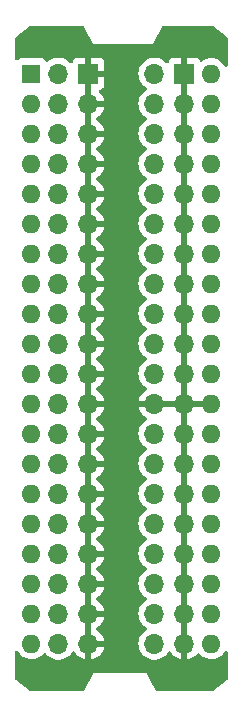
<source format=gbr>
G04 #@! TF.GenerationSoftware,KiCad,Pcbnew,7.0.2-0*
G04 #@! TF.CreationDate,2023-10-04T23:29:07+02:00*
G04 #@! TF.ProjectId,Z80 UUT Cable Header,5a383020-5555-4542-9043-61626c652048,rev?*
G04 #@! TF.SameCoordinates,Original*
G04 #@! TF.FileFunction,Copper,L1,Top*
G04 #@! TF.FilePolarity,Positive*
%FSLAX46Y46*%
G04 Gerber Fmt 4.6, Leading zero omitted, Abs format (unit mm)*
G04 Created by KiCad (PCBNEW 7.0.2-0) date 2023-10-04 23:29:07*
%MOMM*%
%LPD*%
G01*
G04 APERTURE LIST*
G04 #@! TA.AperFunction,ComponentPad*
%ADD10R,1.700000X1.700000*%
G04 #@! TD*
G04 #@! TA.AperFunction,ComponentPad*
%ADD11O,1.700000X1.700000*%
G04 #@! TD*
G04 #@! TA.AperFunction,ComponentPad*
%ADD12R,1.600000X1.600000*%
G04 #@! TD*
G04 #@! TA.AperFunction,ComponentPad*
%ADD13O,1.600000X1.600000*%
G04 #@! TD*
G04 APERTURE END LIST*
D10*
X126873000Y-57912000D03*
D11*
X124333000Y-57912000D03*
X126873000Y-60452000D03*
X124333000Y-60452000D03*
X126873000Y-62992000D03*
X124333000Y-62992000D03*
X126873000Y-65532000D03*
X124333000Y-65532000D03*
X126873000Y-68072000D03*
X124333000Y-68072000D03*
X126873000Y-70612000D03*
X124333000Y-70612000D03*
X126873000Y-73152000D03*
X124333000Y-73152000D03*
X126873000Y-75692000D03*
X124333000Y-75692000D03*
X126873000Y-78232000D03*
X124333000Y-78232000D03*
X126873000Y-80772000D03*
X124333000Y-80772000D03*
X126873000Y-83312000D03*
X124333000Y-83312000D03*
X126873000Y-85852000D03*
X124333000Y-85852000D03*
X126873000Y-88392000D03*
X124333000Y-88392000D03*
X126873000Y-90932000D03*
X124333000Y-90932000D03*
X126873000Y-93472000D03*
X124333000Y-93472000D03*
X126873000Y-96012000D03*
X124333000Y-96012000D03*
X126873000Y-98552000D03*
X124333000Y-98552000D03*
X126873000Y-101092000D03*
X124333000Y-101092000D03*
X126873000Y-103632000D03*
X124333000Y-103632000D03*
X126873000Y-106172000D03*
X124333000Y-106172000D03*
D10*
X135001000Y-57912000D03*
D11*
X132461000Y-57912000D03*
X135001000Y-60452000D03*
X132461000Y-60452000D03*
X135001000Y-62992000D03*
X132461000Y-62992000D03*
X135001000Y-65532000D03*
X132461000Y-65532000D03*
X135001000Y-68072000D03*
X132461000Y-68072000D03*
X135001000Y-70612000D03*
X132461000Y-70612000D03*
X135001000Y-73152000D03*
X132461000Y-73152000D03*
X135001000Y-75692000D03*
X132461000Y-75692000D03*
X135001000Y-78232000D03*
X132461000Y-78232000D03*
X135001000Y-80772000D03*
X132461000Y-80772000D03*
X135001000Y-83312000D03*
X132461000Y-83312000D03*
X135001000Y-85852000D03*
X132461000Y-85852000D03*
X135001000Y-88392000D03*
X132461000Y-88392000D03*
X135001000Y-90932000D03*
X132461000Y-90932000D03*
X135001000Y-93472000D03*
X132461000Y-93472000D03*
X135001000Y-96012000D03*
X132461000Y-96012000D03*
X135001000Y-98552000D03*
X132461000Y-98552000D03*
X135001000Y-101092000D03*
X132461000Y-101092000D03*
X135001000Y-103632000D03*
X132461000Y-103632000D03*
X135001000Y-106172000D03*
X132461000Y-106172000D03*
D12*
X122047000Y-57912000D03*
D13*
X122047000Y-60452000D03*
X122047000Y-62992000D03*
X122047000Y-65532000D03*
X122047000Y-68072000D03*
X122047000Y-70612000D03*
X122047000Y-73152000D03*
X122047000Y-75692000D03*
X122047000Y-78232000D03*
X122047000Y-80772000D03*
X122047000Y-83312000D03*
X122047000Y-85852000D03*
X122047000Y-88392000D03*
X122047000Y-90932000D03*
X122047000Y-93472000D03*
X122047000Y-96012000D03*
X122047000Y-98552000D03*
X122047000Y-101092000D03*
X122047000Y-103632000D03*
X122047000Y-106172000D03*
X137287000Y-106172000D03*
X137287000Y-103632000D03*
X137287000Y-101092000D03*
X137287000Y-98552000D03*
X137287000Y-96012000D03*
X137287000Y-93472000D03*
X137287000Y-90932000D03*
X137287000Y-88392000D03*
X137287000Y-85852000D03*
X137287000Y-83312000D03*
X137287000Y-80772000D03*
X137287000Y-78232000D03*
X137287000Y-75692000D03*
X137287000Y-73152000D03*
X137287000Y-70612000D03*
X137287000Y-68072000D03*
X137287000Y-65532000D03*
X137287000Y-62992000D03*
X137287000Y-60452000D03*
X137287000Y-57912000D03*
G04 #@! TA.AperFunction,Conductor*
G36*
X126466488Y-53893502D02*
G01*
X126511065Y-53943151D01*
X127228790Y-55378603D01*
X127232497Y-55386725D01*
X127234482Y-55391517D01*
X127239089Y-55396124D01*
X127245270Y-55398183D01*
X127245272Y-55398185D01*
X127250449Y-55397816D01*
X127259383Y-55397500D01*
X132328618Y-55397500D01*
X132337551Y-55397817D01*
X132342728Y-55398185D01*
X132342729Y-55398183D01*
X132348911Y-55396123D01*
X132353517Y-55391517D01*
X132355501Y-55386727D01*
X132359210Y-55378596D01*
X133076934Y-53943149D01*
X133125289Y-53891167D01*
X133189632Y-53873500D01*
X137360857Y-53873500D01*
X137428978Y-53893502D01*
X137439566Y-53901109D01*
X138611212Y-54838426D01*
X138651910Y-54896598D01*
X138658500Y-54936814D01*
X138658500Y-57189783D01*
X138638498Y-57257904D01*
X138584842Y-57304397D01*
X138514568Y-57314501D01*
X138449988Y-57285007D01*
X138429287Y-57262054D01*
X138293195Y-57067696D01*
X138131303Y-56905804D01*
X137943750Y-56774477D01*
X137736243Y-56677715D01*
X137515087Y-56618457D01*
X137436185Y-56611554D01*
X137287000Y-56598502D01*
X137286999Y-56598502D01*
X137058912Y-56618457D01*
X136837756Y-56677715D01*
X136630249Y-56774477D01*
X136490655Y-56872223D01*
X136423381Y-56894911D01*
X136354520Y-56877626D01*
X136305936Y-56825856D01*
X136301911Y-56816659D01*
X136213904Y-56699095D01*
X136096962Y-56611554D01*
X135960093Y-56560505D01*
X135902936Y-56554359D01*
X135896223Y-56554000D01*
X135255000Y-56554000D01*
X135255000Y-57478325D01*
X135143315Y-57427320D01*
X135036763Y-57412000D01*
X134965237Y-57412000D01*
X134858685Y-57427320D01*
X134747000Y-57478325D01*
X134747000Y-56554000D01*
X134105777Y-56554000D01*
X134099063Y-56554359D01*
X134041906Y-56560505D01*
X133905037Y-56611554D01*
X133788095Y-56699095D01*
X133700554Y-56816036D01*
X133656381Y-56934470D01*
X133613834Y-56991305D01*
X133547313Y-57016116D01*
X133477939Y-57001024D01*
X133445624Y-56975774D01*
X133384240Y-56909093D01*
X133206578Y-56770812D01*
X133008573Y-56663657D01*
X132856800Y-56611554D01*
X132795635Y-56590556D01*
X132573569Y-56553500D01*
X132348431Y-56553500D01*
X132126365Y-56590556D01*
X132126362Y-56590556D01*
X132126362Y-56590557D01*
X131913426Y-56663657D01*
X131715421Y-56770812D01*
X131537762Y-56909091D01*
X131385278Y-57074731D01*
X131262139Y-57263209D01*
X131171702Y-57469388D01*
X131117378Y-57683913D01*
X131116436Y-57687632D01*
X131097844Y-57912000D01*
X131116436Y-58136368D01*
X131116436Y-58136371D01*
X131116437Y-58136372D01*
X131171702Y-58354611D01*
X131262139Y-58560790D01*
X131262140Y-58560791D01*
X131385278Y-58749268D01*
X131469638Y-58840907D01*
X131537762Y-58914908D01*
X131715418Y-59053185D01*
X131715420Y-59053186D01*
X131715424Y-59053189D01*
X131748682Y-59071187D01*
X131799071Y-59121200D01*
X131814423Y-59190517D01*
X131789862Y-59257130D01*
X131748683Y-59292812D01*
X131738868Y-59298124D01*
X131715418Y-59310814D01*
X131537762Y-59449091D01*
X131385278Y-59614731D01*
X131262139Y-59803209D01*
X131171702Y-60009388D01*
X131117378Y-60223913D01*
X131116436Y-60227632D01*
X131097844Y-60452000D01*
X131116436Y-60676368D01*
X131116436Y-60676371D01*
X131116437Y-60676372D01*
X131171702Y-60894611D01*
X131262139Y-61100790D01*
X131385278Y-61289268D01*
X131537762Y-61454908D01*
X131715418Y-61593185D01*
X131715420Y-61593186D01*
X131715424Y-61593189D01*
X131748682Y-61611187D01*
X131799071Y-61661200D01*
X131814423Y-61730517D01*
X131789862Y-61797130D01*
X131748683Y-61832812D01*
X131723794Y-61846281D01*
X131715418Y-61850814D01*
X131537762Y-61989091D01*
X131385278Y-62154731D01*
X131262139Y-62343209D01*
X131171702Y-62549388D01*
X131117378Y-62763913D01*
X131116436Y-62767632D01*
X131097844Y-62992000D01*
X131116436Y-63216368D01*
X131116436Y-63216371D01*
X131116437Y-63216372D01*
X131171702Y-63434611D01*
X131262139Y-63640790D01*
X131385278Y-63829268D01*
X131537762Y-63994908D01*
X131715418Y-64133185D01*
X131715420Y-64133186D01*
X131715424Y-64133189D01*
X131748682Y-64151187D01*
X131799071Y-64201200D01*
X131814423Y-64270517D01*
X131789862Y-64337130D01*
X131748683Y-64372812D01*
X131723794Y-64386281D01*
X131715418Y-64390814D01*
X131537762Y-64529091D01*
X131385278Y-64694731D01*
X131262139Y-64883209D01*
X131171702Y-65089388D01*
X131117378Y-65303913D01*
X131116436Y-65307632D01*
X131097844Y-65532000D01*
X131116436Y-65756368D01*
X131116436Y-65756371D01*
X131116437Y-65756372D01*
X131171702Y-65974611D01*
X131262139Y-66180790D01*
X131385278Y-66369268D01*
X131537762Y-66534908D01*
X131715418Y-66673185D01*
X131715420Y-66673186D01*
X131715424Y-66673189D01*
X131748682Y-66691187D01*
X131799071Y-66741200D01*
X131814423Y-66810517D01*
X131789862Y-66877130D01*
X131748683Y-66912812D01*
X131723794Y-66926281D01*
X131715418Y-66930814D01*
X131537762Y-67069091D01*
X131385278Y-67234731D01*
X131262139Y-67423209D01*
X131171702Y-67629388D01*
X131117378Y-67843913D01*
X131116436Y-67847632D01*
X131097844Y-68072000D01*
X131116436Y-68296368D01*
X131116436Y-68296371D01*
X131116437Y-68296372D01*
X131171702Y-68514611D01*
X131262139Y-68720790D01*
X131385278Y-68909268D01*
X131537762Y-69074908D01*
X131715418Y-69213185D01*
X131715420Y-69213186D01*
X131715424Y-69213189D01*
X131748682Y-69231187D01*
X131799071Y-69281200D01*
X131814423Y-69350517D01*
X131789862Y-69417130D01*
X131748683Y-69452812D01*
X131723794Y-69466281D01*
X131715418Y-69470814D01*
X131537762Y-69609091D01*
X131385278Y-69774731D01*
X131262139Y-69963209D01*
X131171702Y-70169388D01*
X131117378Y-70383913D01*
X131116436Y-70387632D01*
X131097844Y-70612000D01*
X131116436Y-70836368D01*
X131116436Y-70836371D01*
X131116437Y-70836372D01*
X131171702Y-71054611D01*
X131262139Y-71260790D01*
X131385278Y-71449268D01*
X131537762Y-71614908D01*
X131639611Y-71694181D01*
X131715424Y-71753189D01*
X131748682Y-71771187D01*
X131799070Y-71821197D01*
X131814423Y-71890513D01*
X131789863Y-71957127D01*
X131748683Y-71992811D01*
X131715423Y-72010810D01*
X131537762Y-72149091D01*
X131385278Y-72314731D01*
X131262139Y-72503209D01*
X131171702Y-72709388D01*
X131117378Y-72923913D01*
X131116436Y-72927632D01*
X131097844Y-73152000D01*
X131116436Y-73376368D01*
X131116436Y-73376371D01*
X131116437Y-73376372D01*
X131171702Y-73594611D01*
X131262139Y-73800790D01*
X131385278Y-73989268D01*
X131537762Y-74154908D01*
X131715418Y-74293185D01*
X131715420Y-74293186D01*
X131715424Y-74293189D01*
X131748682Y-74311187D01*
X131799071Y-74361200D01*
X131814423Y-74430517D01*
X131789862Y-74497130D01*
X131748683Y-74532812D01*
X131723794Y-74546281D01*
X131715418Y-74550814D01*
X131537762Y-74689091D01*
X131385278Y-74854731D01*
X131262139Y-75043209D01*
X131171702Y-75249388D01*
X131117378Y-75463913D01*
X131116436Y-75467632D01*
X131097844Y-75692000D01*
X131116436Y-75916368D01*
X131116436Y-75916371D01*
X131116437Y-75916372D01*
X131171702Y-76134611D01*
X131262139Y-76340790D01*
X131385278Y-76529268D01*
X131537762Y-76694908D01*
X131715418Y-76833185D01*
X131715420Y-76833186D01*
X131715424Y-76833189D01*
X131748682Y-76851187D01*
X131799071Y-76901200D01*
X131814423Y-76970517D01*
X131789862Y-77037130D01*
X131748683Y-77072812D01*
X131723794Y-77086281D01*
X131715418Y-77090814D01*
X131537762Y-77229091D01*
X131385278Y-77394731D01*
X131262139Y-77583209D01*
X131171702Y-77789388D01*
X131117378Y-78003913D01*
X131116436Y-78007632D01*
X131097844Y-78232000D01*
X131116436Y-78456368D01*
X131116436Y-78456371D01*
X131116437Y-78456372D01*
X131171702Y-78674611D01*
X131262139Y-78880790D01*
X131385278Y-79069268D01*
X131537762Y-79234908D01*
X131715418Y-79373185D01*
X131715420Y-79373186D01*
X131715424Y-79373189D01*
X131748682Y-79391187D01*
X131799071Y-79441200D01*
X131814423Y-79510517D01*
X131789862Y-79577130D01*
X131748683Y-79612812D01*
X131723794Y-79626281D01*
X131715418Y-79630814D01*
X131537762Y-79769091D01*
X131385278Y-79934731D01*
X131262139Y-80123209D01*
X131171702Y-80329388D01*
X131117378Y-80543913D01*
X131116436Y-80547632D01*
X131097844Y-80772000D01*
X131116436Y-80996368D01*
X131116436Y-80996371D01*
X131116437Y-80996372D01*
X131171702Y-81214611D01*
X131262139Y-81420790D01*
X131385278Y-81609268D01*
X131537762Y-81774908D01*
X131715418Y-81913185D01*
X131715420Y-81913186D01*
X131715424Y-81913189D01*
X131748682Y-81931187D01*
X131799071Y-81981200D01*
X131814423Y-82050517D01*
X131789862Y-82117130D01*
X131748683Y-82152812D01*
X131723794Y-82166281D01*
X131715418Y-82170814D01*
X131537762Y-82309091D01*
X131385278Y-82474731D01*
X131262139Y-82663209D01*
X131171702Y-82869388D01*
X131117378Y-83083913D01*
X131116436Y-83087632D01*
X131097844Y-83312000D01*
X131116436Y-83536368D01*
X131116436Y-83536371D01*
X131116437Y-83536372D01*
X131171702Y-83754611D01*
X131262139Y-83960790D01*
X131385278Y-84149268D01*
X131537762Y-84314908D01*
X131715422Y-84453188D01*
X131715424Y-84453189D01*
X131749205Y-84471470D01*
X131799596Y-84521482D01*
X131814949Y-84590799D01*
X131790389Y-84657413D01*
X131749209Y-84693096D01*
X131715702Y-84711229D01*
X131538096Y-84849466D01*
X131385678Y-85015037D01*
X131262580Y-85203451D01*
X131172177Y-85409548D01*
X131124455Y-85597999D01*
X131124456Y-85598000D01*
X132029884Y-85598000D01*
X132001507Y-85642156D01*
X131961000Y-85780111D01*
X131961000Y-85923889D01*
X132001507Y-86061844D01*
X132029884Y-86106000D01*
X131124455Y-86106000D01*
X131172177Y-86294451D01*
X131262580Y-86500548D01*
X131385678Y-86688962D01*
X131538096Y-86854533D01*
X131715702Y-86992769D01*
X131749207Y-87010902D01*
X131799597Y-87060915D01*
X131814949Y-87130232D01*
X131790388Y-87196845D01*
X131749207Y-87232528D01*
X131715423Y-87250811D01*
X131537762Y-87389091D01*
X131385278Y-87554731D01*
X131262139Y-87743209D01*
X131171702Y-87949388D01*
X131117378Y-88163913D01*
X131116436Y-88167632D01*
X131097844Y-88392000D01*
X131116436Y-88616368D01*
X131116436Y-88616371D01*
X131116437Y-88616372D01*
X131171702Y-88834611D01*
X131262139Y-89040790D01*
X131385278Y-89229268D01*
X131537762Y-89394908D01*
X131715418Y-89533185D01*
X131715420Y-89533186D01*
X131715424Y-89533189D01*
X131748682Y-89551187D01*
X131799071Y-89601200D01*
X131814423Y-89670517D01*
X131789862Y-89737130D01*
X131748683Y-89772812D01*
X131723794Y-89786281D01*
X131715418Y-89790814D01*
X131537762Y-89929091D01*
X131385278Y-90094731D01*
X131262139Y-90283209D01*
X131171702Y-90489388D01*
X131117378Y-90703913D01*
X131116436Y-90707632D01*
X131097844Y-90932000D01*
X131116436Y-91156368D01*
X131116436Y-91156371D01*
X131116437Y-91156372D01*
X131171702Y-91374611D01*
X131262139Y-91580790D01*
X131385278Y-91769268D01*
X131537762Y-91934908D01*
X131715418Y-92073185D01*
X131715420Y-92073186D01*
X131715424Y-92073189D01*
X131748682Y-92091187D01*
X131799071Y-92141200D01*
X131814423Y-92210517D01*
X131789862Y-92277130D01*
X131748683Y-92312812D01*
X131723794Y-92326281D01*
X131715418Y-92330814D01*
X131537762Y-92469091D01*
X131385278Y-92634731D01*
X131262139Y-92823209D01*
X131171702Y-93029388D01*
X131117378Y-93243913D01*
X131116436Y-93247632D01*
X131097844Y-93472000D01*
X131116436Y-93696368D01*
X131116436Y-93696371D01*
X131116437Y-93696372D01*
X131171702Y-93914611D01*
X131262139Y-94120790D01*
X131385278Y-94309268D01*
X131537762Y-94474908D01*
X131715418Y-94613185D01*
X131715420Y-94613186D01*
X131715424Y-94613189D01*
X131748682Y-94631187D01*
X131799071Y-94681200D01*
X131814423Y-94750517D01*
X131789862Y-94817130D01*
X131748683Y-94852812D01*
X131723794Y-94866281D01*
X131715418Y-94870814D01*
X131537762Y-95009091D01*
X131385278Y-95174731D01*
X131262139Y-95363209D01*
X131171702Y-95569388D01*
X131117378Y-95783913D01*
X131116436Y-95787632D01*
X131097844Y-96012000D01*
X131116436Y-96236368D01*
X131116436Y-96236371D01*
X131116437Y-96236372D01*
X131171702Y-96454611D01*
X131262139Y-96660790D01*
X131385278Y-96849268D01*
X131537762Y-97014908D01*
X131715418Y-97153185D01*
X131715420Y-97153186D01*
X131715424Y-97153189D01*
X131748682Y-97171187D01*
X131799071Y-97221200D01*
X131814423Y-97290517D01*
X131789862Y-97357130D01*
X131748683Y-97392812D01*
X131723794Y-97406281D01*
X131715418Y-97410814D01*
X131537762Y-97549091D01*
X131385278Y-97714731D01*
X131262139Y-97903209D01*
X131171702Y-98109388D01*
X131117378Y-98323913D01*
X131116436Y-98327632D01*
X131097844Y-98552000D01*
X131116436Y-98776368D01*
X131116436Y-98776371D01*
X131116437Y-98776372D01*
X131171702Y-98994611D01*
X131262139Y-99200790D01*
X131385278Y-99389268D01*
X131537762Y-99554908D01*
X131715418Y-99693185D01*
X131715420Y-99693186D01*
X131715424Y-99693189D01*
X131748682Y-99711187D01*
X131799071Y-99761200D01*
X131814423Y-99830517D01*
X131789862Y-99897130D01*
X131748683Y-99932812D01*
X131723794Y-99946281D01*
X131715418Y-99950814D01*
X131537762Y-100089091D01*
X131385278Y-100254731D01*
X131262139Y-100443209D01*
X131171702Y-100649388D01*
X131117378Y-100863913D01*
X131116436Y-100867632D01*
X131097844Y-101092000D01*
X131116436Y-101316368D01*
X131116436Y-101316371D01*
X131116437Y-101316372D01*
X131171702Y-101534611D01*
X131262139Y-101740790D01*
X131385278Y-101929268D01*
X131537762Y-102094908D01*
X131639611Y-102174181D01*
X131715424Y-102233189D01*
X131748682Y-102251187D01*
X131799070Y-102301197D01*
X131814423Y-102370513D01*
X131789863Y-102437127D01*
X131748683Y-102472811D01*
X131715423Y-102490810D01*
X131537762Y-102629091D01*
X131385278Y-102794731D01*
X131262139Y-102983209D01*
X131171702Y-103189388D01*
X131117378Y-103403913D01*
X131116436Y-103407632D01*
X131097844Y-103632000D01*
X131116436Y-103856368D01*
X131116436Y-103856371D01*
X131116437Y-103856372D01*
X131171702Y-104074611D01*
X131262139Y-104280790D01*
X131385278Y-104469268D01*
X131537762Y-104634908D01*
X131715418Y-104773185D01*
X131715420Y-104773186D01*
X131715424Y-104773189D01*
X131748682Y-104791187D01*
X131799071Y-104841200D01*
X131814423Y-104910517D01*
X131789862Y-104977130D01*
X131748683Y-105012812D01*
X131723794Y-105026281D01*
X131715418Y-105030814D01*
X131537762Y-105169091D01*
X131385278Y-105334731D01*
X131262139Y-105523209D01*
X131171702Y-105729388D01*
X131117378Y-105943913D01*
X131116436Y-105947632D01*
X131097844Y-106172000D01*
X131116436Y-106396368D01*
X131116436Y-106396371D01*
X131116437Y-106396372D01*
X131171702Y-106614611D01*
X131262139Y-106820790D01*
X131385278Y-107009268D01*
X131537762Y-107174908D01*
X131715421Y-107313187D01*
X131715424Y-107313189D01*
X131913426Y-107420342D01*
X132126365Y-107493444D01*
X132348431Y-107530500D01*
X132348434Y-107530500D01*
X132573566Y-107530500D01*
X132573569Y-107530500D01*
X132795635Y-107493444D01*
X133008574Y-107420342D01*
X133206576Y-107313189D01*
X133384240Y-107174906D01*
X133536722Y-107009268D01*
X133625817Y-106872896D01*
X133679819Y-106826809D01*
X133750167Y-106817234D01*
X133814524Y-106847211D01*
X133836782Y-106872897D01*
X133925678Y-107008962D01*
X134078096Y-107174533D01*
X134255697Y-107312766D01*
X134453631Y-107419883D01*
X134666485Y-107492955D01*
X134747000Y-107506391D01*
X134747000Y-106605674D01*
X134858685Y-106656680D01*
X134965237Y-106672000D01*
X135036763Y-106672000D01*
X135143315Y-106656680D01*
X135255000Y-106605674D01*
X135255000Y-107506390D01*
X135335514Y-107492955D01*
X135548368Y-107419883D01*
X135746302Y-107312766D01*
X135923903Y-107174533D01*
X136083397Y-107001278D01*
X136086548Y-107004178D01*
X136123958Y-106971845D01*
X136194245Y-106961830D01*
X136258788Y-106991405D01*
X136279367Y-107014251D01*
X136280803Y-107016302D01*
X136442696Y-107178195D01*
X136630249Y-107309522D01*
X136837756Y-107406284D01*
X136888509Y-107419883D01*
X137058913Y-107465543D01*
X137287000Y-107485498D01*
X137515087Y-107465543D01*
X137736243Y-107406284D01*
X137943749Y-107309523D01*
X138131300Y-107178198D01*
X138293198Y-107016300D01*
X138424523Y-106828749D01*
X138424523Y-106828747D01*
X138429287Y-106821945D01*
X138484744Y-106777617D01*
X138555364Y-106770308D01*
X138618724Y-106802339D01*
X138654709Y-106863540D01*
X138658500Y-106894216D01*
X138658500Y-109147184D01*
X138638498Y-109215305D01*
X138611212Y-109245573D01*
X137439569Y-110182889D01*
X137373880Y-110209825D01*
X137360857Y-110210500D01*
X132681632Y-110210500D01*
X132613511Y-110190498D01*
X132568934Y-110140849D01*
X132121296Y-109245573D01*
X131851207Y-108705394D01*
X131847498Y-108697267D01*
X131845516Y-108692481D01*
X131840911Y-108687876D01*
X131834728Y-108685815D01*
X131834727Y-108685815D01*
X131831704Y-108686029D01*
X131829550Y-108686183D01*
X131820618Y-108686500D01*
X127259383Y-108686500D01*
X127250450Y-108686183D01*
X127245272Y-108685815D01*
X127239090Y-108687874D01*
X127234481Y-108692484D01*
X127232497Y-108697274D01*
X127228791Y-108705394D01*
X126511065Y-110140849D01*
X126462710Y-110192833D01*
X126398367Y-110210500D01*
X121973143Y-110210500D01*
X121905022Y-110190498D01*
X121894431Y-110182889D01*
X120722788Y-109245573D01*
X120682090Y-109187400D01*
X120675500Y-109147184D01*
X120675500Y-106894216D01*
X120695502Y-106826095D01*
X120749158Y-106779602D01*
X120819432Y-106769498D01*
X120884012Y-106798992D01*
X120904713Y-106821945D01*
X121040804Y-107016303D01*
X121202696Y-107178195D01*
X121390249Y-107309522D01*
X121597756Y-107406284D01*
X121648509Y-107419883D01*
X121818913Y-107465543D01*
X122047000Y-107485498D01*
X122275087Y-107465543D01*
X122496243Y-107406284D01*
X122703749Y-107309523D01*
X122891300Y-107178198D01*
X123053198Y-107016300D01*
X123054324Y-107014691D01*
X123056724Y-107012772D01*
X123060992Y-107008505D01*
X123061467Y-107008980D01*
X123109775Y-106970363D01*
X123180394Y-106963049D01*
X123243757Y-106995077D01*
X123250239Y-107001621D01*
X123257276Y-107009265D01*
X123257278Y-107009268D01*
X123409417Y-107174533D01*
X123409762Y-107174908D01*
X123587421Y-107313187D01*
X123587424Y-107313189D01*
X123785426Y-107420342D01*
X123998365Y-107493444D01*
X124220431Y-107530500D01*
X124220434Y-107530500D01*
X124445566Y-107530500D01*
X124445569Y-107530500D01*
X124667635Y-107493444D01*
X124880574Y-107420342D01*
X125078576Y-107313189D01*
X125256240Y-107174906D01*
X125408722Y-107009268D01*
X125497817Y-106872896D01*
X125551819Y-106826809D01*
X125622167Y-106817234D01*
X125686524Y-106847211D01*
X125708782Y-106872897D01*
X125797678Y-107008962D01*
X125950096Y-107174533D01*
X126127697Y-107312766D01*
X126325631Y-107419883D01*
X126538485Y-107492955D01*
X126619000Y-107506391D01*
X126619000Y-106605674D01*
X126730685Y-106656680D01*
X126837237Y-106672000D01*
X126908763Y-106672000D01*
X127015315Y-106656680D01*
X127127000Y-106605674D01*
X127127000Y-107506391D01*
X127207514Y-107492955D01*
X127420368Y-107419883D01*
X127618302Y-107312766D01*
X127795903Y-107174533D01*
X127948321Y-107008962D01*
X128071419Y-106820548D01*
X128161822Y-106614451D01*
X128209544Y-106426000D01*
X127304116Y-106426000D01*
X127332493Y-106381844D01*
X127373000Y-106243889D01*
X127373000Y-106100111D01*
X127332493Y-105962156D01*
X127304116Y-105918000D01*
X128209544Y-105918000D01*
X128209544Y-105917999D01*
X128161822Y-105729548D01*
X128071419Y-105523451D01*
X127948321Y-105335037D01*
X127795903Y-105169466D01*
X127618300Y-105031232D01*
X127584266Y-105012814D01*
X127533876Y-104962801D01*
X127518523Y-104893485D01*
X127543083Y-104826871D01*
X127584266Y-104791186D01*
X127618300Y-104772767D01*
X127795903Y-104634533D01*
X127948321Y-104468962D01*
X128071419Y-104280548D01*
X128161822Y-104074451D01*
X128209544Y-103886000D01*
X127304116Y-103886000D01*
X127332493Y-103841844D01*
X127373000Y-103703889D01*
X127373000Y-103560111D01*
X127332493Y-103422156D01*
X127304116Y-103378000D01*
X128209544Y-103378000D01*
X128209544Y-103377999D01*
X128161822Y-103189548D01*
X128071419Y-102983451D01*
X127948321Y-102795037D01*
X127795903Y-102629466D01*
X127618300Y-102491232D01*
X127584266Y-102472814D01*
X127533876Y-102422801D01*
X127518523Y-102353485D01*
X127543083Y-102286871D01*
X127584266Y-102251186D01*
X127618300Y-102232767D01*
X127795903Y-102094533D01*
X127948321Y-101928962D01*
X128071419Y-101740548D01*
X128161822Y-101534451D01*
X128209544Y-101346000D01*
X127304116Y-101346000D01*
X127332493Y-101301844D01*
X127373000Y-101163889D01*
X127373000Y-101020111D01*
X127332493Y-100882156D01*
X127304116Y-100838000D01*
X128209544Y-100838000D01*
X128209544Y-100837999D01*
X128161822Y-100649548D01*
X128071419Y-100443451D01*
X127948321Y-100255037D01*
X127795903Y-100089466D01*
X127618300Y-99951232D01*
X127584266Y-99932814D01*
X127533876Y-99882801D01*
X127518523Y-99813485D01*
X127543083Y-99746871D01*
X127584266Y-99711186D01*
X127618300Y-99692767D01*
X127795903Y-99554533D01*
X127948321Y-99388962D01*
X128071419Y-99200548D01*
X128161822Y-98994451D01*
X128209544Y-98806000D01*
X127304116Y-98806000D01*
X127332493Y-98761844D01*
X127373000Y-98623889D01*
X127373000Y-98480111D01*
X127332493Y-98342156D01*
X127304116Y-98298000D01*
X128209544Y-98298000D01*
X128209544Y-98297999D01*
X128161822Y-98109548D01*
X128071419Y-97903451D01*
X127948321Y-97715037D01*
X127795903Y-97549466D01*
X127618300Y-97411232D01*
X127584266Y-97392814D01*
X127533876Y-97342801D01*
X127518523Y-97273485D01*
X127543083Y-97206871D01*
X127584266Y-97171186D01*
X127618300Y-97152767D01*
X127795903Y-97014533D01*
X127948321Y-96848962D01*
X128071419Y-96660548D01*
X128161822Y-96454451D01*
X128209544Y-96266000D01*
X127304116Y-96266000D01*
X127332493Y-96221844D01*
X127373000Y-96083889D01*
X127373000Y-95940111D01*
X127332493Y-95802156D01*
X127304116Y-95758000D01*
X128209544Y-95758000D01*
X128209544Y-95757999D01*
X128161822Y-95569548D01*
X128071419Y-95363451D01*
X127948321Y-95175037D01*
X127795903Y-95009466D01*
X127618300Y-94871232D01*
X127584266Y-94852814D01*
X127533876Y-94802801D01*
X127518523Y-94733485D01*
X127543083Y-94666871D01*
X127584266Y-94631186D01*
X127618300Y-94612767D01*
X127795903Y-94474533D01*
X127948321Y-94308962D01*
X128071419Y-94120548D01*
X128161822Y-93914451D01*
X128209544Y-93726000D01*
X127304116Y-93726000D01*
X127332493Y-93681844D01*
X127373000Y-93543889D01*
X127373000Y-93400111D01*
X127332493Y-93262156D01*
X127304116Y-93218000D01*
X128209544Y-93218000D01*
X128209544Y-93217999D01*
X128161822Y-93029548D01*
X128071419Y-92823451D01*
X127948321Y-92635037D01*
X127795903Y-92469466D01*
X127618300Y-92331232D01*
X127584266Y-92312814D01*
X127533876Y-92262801D01*
X127518523Y-92193485D01*
X127543083Y-92126871D01*
X127584266Y-92091186D01*
X127618300Y-92072767D01*
X127795903Y-91934533D01*
X127948321Y-91768962D01*
X128071419Y-91580548D01*
X128161822Y-91374451D01*
X128209544Y-91186000D01*
X127304116Y-91186000D01*
X127332493Y-91141844D01*
X127373000Y-91003889D01*
X127373000Y-90860111D01*
X127332493Y-90722156D01*
X127304116Y-90678000D01*
X128209544Y-90678000D01*
X128209544Y-90677999D01*
X128161822Y-90489548D01*
X128071419Y-90283451D01*
X127948321Y-90095037D01*
X127795903Y-89929466D01*
X127618300Y-89791232D01*
X127584266Y-89772814D01*
X127533876Y-89722801D01*
X127518523Y-89653485D01*
X127543083Y-89586871D01*
X127584266Y-89551186D01*
X127618300Y-89532767D01*
X127795903Y-89394533D01*
X127948321Y-89228962D01*
X128071419Y-89040548D01*
X128161822Y-88834451D01*
X128209544Y-88646000D01*
X127304116Y-88646000D01*
X127332493Y-88601844D01*
X127373000Y-88463889D01*
X127373000Y-88320111D01*
X127332493Y-88182156D01*
X127304116Y-88138000D01*
X128209544Y-88138000D01*
X128209544Y-88137999D01*
X128161822Y-87949548D01*
X128071419Y-87743451D01*
X127948321Y-87555037D01*
X127795903Y-87389466D01*
X127618300Y-87251232D01*
X127584266Y-87232814D01*
X127533876Y-87182801D01*
X127518523Y-87113485D01*
X127543083Y-87046871D01*
X127584266Y-87011186D01*
X127618300Y-86992767D01*
X127795903Y-86854533D01*
X127948321Y-86688962D01*
X128071419Y-86500548D01*
X128161822Y-86294451D01*
X128209544Y-86106000D01*
X127304116Y-86106000D01*
X127332493Y-86061844D01*
X127373000Y-85923889D01*
X127373000Y-85780111D01*
X127332493Y-85642156D01*
X127304116Y-85598000D01*
X128209544Y-85598000D01*
X128209544Y-85597999D01*
X128161822Y-85409548D01*
X128071419Y-85203451D01*
X127948321Y-85015037D01*
X127795903Y-84849466D01*
X127618300Y-84711232D01*
X127584266Y-84692814D01*
X127533876Y-84642801D01*
X127518523Y-84573485D01*
X127543083Y-84506871D01*
X127584266Y-84471186D01*
X127618300Y-84452767D01*
X127795903Y-84314533D01*
X127948321Y-84148962D01*
X128071419Y-83960548D01*
X128161822Y-83754451D01*
X128209544Y-83566000D01*
X127304116Y-83566000D01*
X127332493Y-83521844D01*
X127373000Y-83383889D01*
X127373000Y-83240111D01*
X127332493Y-83102156D01*
X127304116Y-83058000D01*
X128209544Y-83058000D01*
X128209544Y-83057999D01*
X128161822Y-82869548D01*
X128071419Y-82663451D01*
X127948321Y-82475037D01*
X127795903Y-82309466D01*
X127618300Y-82171232D01*
X127584266Y-82152814D01*
X127533876Y-82102801D01*
X127518523Y-82033485D01*
X127543083Y-81966871D01*
X127584266Y-81931186D01*
X127618300Y-81912767D01*
X127795903Y-81774533D01*
X127948321Y-81608962D01*
X128071419Y-81420548D01*
X128161822Y-81214451D01*
X128209544Y-81026000D01*
X127304116Y-81026000D01*
X127332493Y-80981844D01*
X127373000Y-80843889D01*
X127373000Y-80700111D01*
X127332493Y-80562156D01*
X127304116Y-80518000D01*
X128209544Y-80518000D01*
X128209544Y-80517999D01*
X128161822Y-80329548D01*
X128071419Y-80123451D01*
X127948321Y-79935037D01*
X127795903Y-79769466D01*
X127618300Y-79631232D01*
X127584266Y-79612814D01*
X127533876Y-79562801D01*
X127518523Y-79493485D01*
X127543083Y-79426871D01*
X127584266Y-79391186D01*
X127618300Y-79372767D01*
X127795903Y-79234533D01*
X127948321Y-79068962D01*
X128071419Y-78880548D01*
X128161822Y-78674451D01*
X128209544Y-78486000D01*
X127304116Y-78486000D01*
X127332493Y-78441844D01*
X127373000Y-78303889D01*
X127373000Y-78160111D01*
X127332493Y-78022156D01*
X127304116Y-77978000D01*
X128209544Y-77978000D01*
X128209544Y-77977999D01*
X128161822Y-77789548D01*
X128071419Y-77583451D01*
X127948321Y-77395037D01*
X127795903Y-77229466D01*
X127618300Y-77091232D01*
X127584266Y-77072814D01*
X127533876Y-77022801D01*
X127518523Y-76953485D01*
X127543083Y-76886871D01*
X127584266Y-76851186D01*
X127618300Y-76832767D01*
X127795903Y-76694533D01*
X127948321Y-76528962D01*
X128071419Y-76340548D01*
X128161822Y-76134451D01*
X128209544Y-75946000D01*
X127304116Y-75946000D01*
X127332493Y-75901844D01*
X127373000Y-75763889D01*
X127373000Y-75620111D01*
X127332493Y-75482156D01*
X127304116Y-75438000D01*
X128209544Y-75438000D01*
X128209544Y-75437999D01*
X128161822Y-75249548D01*
X128071419Y-75043451D01*
X127948321Y-74855037D01*
X127795903Y-74689466D01*
X127618300Y-74551232D01*
X127584266Y-74532814D01*
X127533876Y-74482801D01*
X127518523Y-74413485D01*
X127543083Y-74346871D01*
X127584266Y-74311186D01*
X127618300Y-74292767D01*
X127795903Y-74154533D01*
X127948321Y-73988962D01*
X128071419Y-73800548D01*
X128161822Y-73594451D01*
X128209544Y-73406000D01*
X127304116Y-73406000D01*
X127332493Y-73361844D01*
X127373000Y-73223889D01*
X127373000Y-73080111D01*
X127332493Y-72942156D01*
X127304116Y-72898000D01*
X128209544Y-72898000D01*
X128209544Y-72897999D01*
X128161822Y-72709548D01*
X128071419Y-72503451D01*
X127948321Y-72315037D01*
X127795903Y-72149466D01*
X127618300Y-72011232D01*
X127584266Y-71992814D01*
X127533876Y-71942801D01*
X127518523Y-71873485D01*
X127543083Y-71806871D01*
X127584266Y-71771186D01*
X127618300Y-71752767D01*
X127795903Y-71614533D01*
X127948321Y-71448962D01*
X128071419Y-71260548D01*
X128161822Y-71054451D01*
X128209544Y-70866000D01*
X127304116Y-70866000D01*
X127332493Y-70821844D01*
X127373000Y-70683889D01*
X127373000Y-70540111D01*
X127332493Y-70402156D01*
X127304116Y-70358000D01*
X128209544Y-70358000D01*
X128209544Y-70357999D01*
X128161822Y-70169548D01*
X128071419Y-69963451D01*
X127948321Y-69775037D01*
X127795903Y-69609466D01*
X127618300Y-69471232D01*
X127584266Y-69452814D01*
X127533876Y-69402801D01*
X127518523Y-69333485D01*
X127543083Y-69266871D01*
X127584266Y-69231186D01*
X127618300Y-69212767D01*
X127795903Y-69074533D01*
X127948321Y-68908962D01*
X128071419Y-68720548D01*
X128161822Y-68514451D01*
X128209544Y-68326000D01*
X127304116Y-68326000D01*
X127332493Y-68281844D01*
X127373000Y-68143889D01*
X127373000Y-68000111D01*
X127332493Y-67862156D01*
X127304116Y-67818000D01*
X128209544Y-67818000D01*
X128209544Y-67817999D01*
X128161822Y-67629548D01*
X128071419Y-67423451D01*
X127948321Y-67235037D01*
X127795903Y-67069466D01*
X127618299Y-66931231D01*
X127584264Y-66912812D01*
X127533875Y-66862798D01*
X127518523Y-66793481D01*
X127543085Y-66726869D01*
X127584268Y-66691184D01*
X127618300Y-66672767D01*
X127795903Y-66534533D01*
X127948321Y-66368962D01*
X128071419Y-66180548D01*
X128161822Y-65974451D01*
X128209544Y-65786000D01*
X127304116Y-65786000D01*
X127332493Y-65741844D01*
X127373000Y-65603889D01*
X127373000Y-65460111D01*
X127332493Y-65322156D01*
X127304116Y-65278000D01*
X128209544Y-65278000D01*
X128209544Y-65277999D01*
X128161822Y-65089548D01*
X128071419Y-64883451D01*
X127948321Y-64695037D01*
X127795903Y-64529466D01*
X127618300Y-64391232D01*
X127584266Y-64372814D01*
X127533876Y-64322801D01*
X127518523Y-64253485D01*
X127543083Y-64186871D01*
X127584266Y-64151186D01*
X127618300Y-64132767D01*
X127795903Y-63994533D01*
X127948321Y-63828962D01*
X128071419Y-63640548D01*
X128161822Y-63434451D01*
X128209544Y-63246000D01*
X127304116Y-63246000D01*
X127332493Y-63201844D01*
X127373000Y-63063889D01*
X127373000Y-62920111D01*
X127332493Y-62782156D01*
X127304116Y-62738000D01*
X128209544Y-62738000D01*
X128209544Y-62737999D01*
X128161822Y-62549548D01*
X128071419Y-62343451D01*
X127948321Y-62155037D01*
X127795903Y-61989466D01*
X127618299Y-61851231D01*
X127584264Y-61832812D01*
X127533875Y-61782798D01*
X127518523Y-61713481D01*
X127543085Y-61646869D01*
X127584268Y-61611184D01*
X127618300Y-61592767D01*
X127795903Y-61454533D01*
X127948321Y-61288962D01*
X128071419Y-61100548D01*
X128161822Y-60894451D01*
X128209544Y-60706000D01*
X127304116Y-60706000D01*
X127332493Y-60661844D01*
X127373000Y-60523889D01*
X127373000Y-60380111D01*
X127332493Y-60242156D01*
X127304116Y-60198000D01*
X128209544Y-60198000D01*
X128209544Y-60197999D01*
X128161822Y-60009548D01*
X128071419Y-59803451D01*
X127948321Y-59615037D01*
X127804652Y-59458970D01*
X127773231Y-59395305D01*
X127781218Y-59324759D01*
X127826077Y-59269730D01*
X127853321Y-59255577D01*
X127968962Y-59212445D01*
X128085904Y-59124904D01*
X128173445Y-59007962D01*
X128224494Y-58871093D01*
X128230640Y-58813936D01*
X128231000Y-58807222D01*
X128231000Y-58166000D01*
X127304116Y-58166000D01*
X127332493Y-58121844D01*
X127373000Y-57983889D01*
X127373000Y-57840111D01*
X127332493Y-57702156D01*
X127304116Y-57658000D01*
X128231000Y-57658000D01*
X128231000Y-57016777D01*
X128230640Y-57010063D01*
X128224494Y-56952906D01*
X128173445Y-56816037D01*
X128085904Y-56699095D01*
X127968962Y-56611554D01*
X127832093Y-56560505D01*
X127774936Y-56554359D01*
X127768223Y-56554000D01*
X127127000Y-56554000D01*
X127127000Y-57478325D01*
X127015315Y-57427320D01*
X126908763Y-57412000D01*
X126837237Y-57412000D01*
X126730685Y-57427320D01*
X126619000Y-57478325D01*
X126619000Y-56554000D01*
X125977777Y-56554000D01*
X125971063Y-56554359D01*
X125913906Y-56560505D01*
X125777037Y-56611554D01*
X125660095Y-56699095D01*
X125572554Y-56816036D01*
X125528381Y-56934470D01*
X125485834Y-56991305D01*
X125419313Y-57016116D01*
X125349939Y-57001024D01*
X125317624Y-56975774D01*
X125256240Y-56909093D01*
X125078578Y-56770812D01*
X124880573Y-56663657D01*
X124728800Y-56611554D01*
X124667635Y-56590556D01*
X124445569Y-56553500D01*
X124220431Y-56553500D01*
X123998365Y-56590556D01*
X123998362Y-56590556D01*
X123998362Y-56590557D01*
X123785426Y-56663657D01*
X123587421Y-56770812D01*
X123460872Y-56869311D01*
X123394830Y-56895368D01*
X123325185Y-56881583D01*
X123282613Y-56845389D01*
X123210261Y-56748738D01*
X123093205Y-56661111D01*
X122978845Y-56618457D01*
X122956201Y-56610011D01*
X122895638Y-56603500D01*
X121198362Y-56603500D01*
X121195013Y-56603859D01*
X121195013Y-56603860D01*
X121137799Y-56610011D01*
X121000794Y-56661111D01*
X120877009Y-56753776D01*
X120810489Y-56778587D01*
X120741115Y-56763496D01*
X120690912Y-56713293D01*
X120675500Y-56652908D01*
X120675500Y-54936814D01*
X120695502Y-54868693D01*
X120722786Y-54838427D01*
X121894431Y-53901110D01*
X121960120Y-53874175D01*
X121973143Y-53873500D01*
X126398367Y-53873500D01*
X126466488Y-53893502D01*
G37*
G04 #@! TD.AperFunction*
G04 #@! TA.AperFunction,Conductor*
G36*
X127127000Y-105738325D02*
G01*
X127015315Y-105687320D01*
X126908763Y-105672000D01*
X126837237Y-105672000D01*
X126730685Y-105687320D01*
X126619000Y-105738325D01*
X126619000Y-104065674D01*
X126730685Y-104116680D01*
X126837237Y-104132000D01*
X126908763Y-104132000D01*
X127015315Y-104116680D01*
X127127000Y-104065674D01*
X127127000Y-105738325D01*
G37*
G04 #@! TD.AperFunction*
G04 #@! TA.AperFunction,Conductor*
G36*
X135255000Y-105738325D02*
G01*
X135143315Y-105687320D01*
X135036763Y-105672000D01*
X134965237Y-105672000D01*
X134858685Y-105687320D01*
X134747000Y-105738325D01*
X134747000Y-104065674D01*
X134858685Y-104116680D01*
X134965237Y-104132000D01*
X135036763Y-104132000D01*
X135143315Y-104116680D01*
X135255000Y-104065674D01*
X135255000Y-105738325D01*
G37*
G04 #@! TD.AperFunction*
G04 #@! TA.AperFunction,Conductor*
G36*
X127127000Y-103198325D02*
G01*
X127015315Y-103147320D01*
X126908763Y-103132000D01*
X126837237Y-103132000D01*
X126730685Y-103147320D01*
X126619000Y-103198325D01*
X126619000Y-101525674D01*
X126730685Y-101576680D01*
X126837237Y-101592000D01*
X126908763Y-101592000D01*
X127015315Y-101576680D01*
X127127000Y-101525674D01*
X127127000Y-103198325D01*
G37*
G04 #@! TD.AperFunction*
G04 #@! TA.AperFunction,Conductor*
G36*
X135255000Y-103198325D02*
G01*
X135143315Y-103147320D01*
X135036763Y-103132000D01*
X134965237Y-103132000D01*
X134858685Y-103147320D01*
X134747000Y-103198325D01*
X134747000Y-101525674D01*
X134858685Y-101576680D01*
X134965237Y-101592000D01*
X135036763Y-101592000D01*
X135143315Y-101576680D01*
X135255000Y-101525674D01*
X135255000Y-103198325D01*
G37*
G04 #@! TD.AperFunction*
G04 #@! TA.AperFunction,Conductor*
G36*
X127127000Y-100658325D02*
G01*
X127015315Y-100607320D01*
X126908763Y-100592000D01*
X126837237Y-100592000D01*
X126730685Y-100607320D01*
X126619000Y-100658325D01*
X126619000Y-98985674D01*
X126730685Y-99036680D01*
X126837237Y-99052000D01*
X126908763Y-99052000D01*
X127015315Y-99036680D01*
X127127000Y-98985674D01*
X127127000Y-100658325D01*
G37*
G04 #@! TD.AperFunction*
G04 #@! TA.AperFunction,Conductor*
G36*
X135255000Y-100658325D02*
G01*
X135143315Y-100607320D01*
X135036763Y-100592000D01*
X134965237Y-100592000D01*
X134858685Y-100607320D01*
X134747000Y-100658325D01*
X134747000Y-98985674D01*
X134858685Y-99036680D01*
X134965237Y-99052000D01*
X135036763Y-99052000D01*
X135143315Y-99036680D01*
X135255000Y-98985674D01*
X135255000Y-100658325D01*
G37*
G04 #@! TD.AperFunction*
G04 #@! TA.AperFunction,Conductor*
G36*
X127127000Y-98118325D02*
G01*
X127015315Y-98067320D01*
X126908763Y-98052000D01*
X126837237Y-98052000D01*
X126730685Y-98067320D01*
X126619000Y-98118325D01*
X126619000Y-96445674D01*
X126730685Y-96496680D01*
X126837237Y-96512000D01*
X126908763Y-96512000D01*
X127015315Y-96496680D01*
X127127000Y-96445674D01*
X127127000Y-98118325D01*
G37*
G04 #@! TD.AperFunction*
G04 #@! TA.AperFunction,Conductor*
G36*
X135255000Y-98118325D02*
G01*
X135143315Y-98067320D01*
X135036763Y-98052000D01*
X134965237Y-98052000D01*
X134858685Y-98067320D01*
X134747000Y-98118325D01*
X134747000Y-96445674D01*
X134858685Y-96496680D01*
X134965237Y-96512000D01*
X135036763Y-96512000D01*
X135143315Y-96496680D01*
X135255000Y-96445674D01*
X135255000Y-98118325D01*
G37*
G04 #@! TD.AperFunction*
G04 #@! TA.AperFunction,Conductor*
G36*
X127127000Y-95578325D02*
G01*
X127015315Y-95527320D01*
X126908763Y-95512000D01*
X126837237Y-95512000D01*
X126730685Y-95527320D01*
X126619000Y-95578325D01*
X126619000Y-93905674D01*
X126730685Y-93956680D01*
X126837237Y-93972000D01*
X126908763Y-93972000D01*
X127015315Y-93956680D01*
X127127000Y-93905674D01*
X127127000Y-95578325D01*
G37*
G04 #@! TD.AperFunction*
G04 #@! TA.AperFunction,Conductor*
G36*
X135255000Y-95578325D02*
G01*
X135143315Y-95527320D01*
X135036763Y-95512000D01*
X134965237Y-95512000D01*
X134858685Y-95527320D01*
X134747000Y-95578325D01*
X134747000Y-93905674D01*
X134858685Y-93956680D01*
X134965237Y-93972000D01*
X135036763Y-93972000D01*
X135143315Y-93956680D01*
X135255000Y-93905674D01*
X135255000Y-95578325D01*
G37*
G04 #@! TD.AperFunction*
G04 #@! TA.AperFunction,Conductor*
G36*
X127127000Y-93038325D02*
G01*
X127015315Y-92987320D01*
X126908763Y-92972000D01*
X126837237Y-92972000D01*
X126730685Y-92987320D01*
X126619000Y-93038325D01*
X126619000Y-91365674D01*
X126730685Y-91416680D01*
X126837237Y-91432000D01*
X126908763Y-91432000D01*
X127015315Y-91416680D01*
X127127000Y-91365674D01*
X127127000Y-93038325D01*
G37*
G04 #@! TD.AperFunction*
G04 #@! TA.AperFunction,Conductor*
G36*
X135255000Y-93038325D02*
G01*
X135143315Y-92987320D01*
X135036763Y-92972000D01*
X134965237Y-92972000D01*
X134858685Y-92987320D01*
X134747000Y-93038325D01*
X134747000Y-91365674D01*
X134858685Y-91416680D01*
X134965237Y-91432000D01*
X135036763Y-91432000D01*
X135143315Y-91416680D01*
X135255000Y-91365674D01*
X135255000Y-93038325D01*
G37*
G04 #@! TD.AperFunction*
G04 #@! TA.AperFunction,Conductor*
G36*
X127127000Y-90498325D02*
G01*
X127015315Y-90447320D01*
X126908763Y-90432000D01*
X126837237Y-90432000D01*
X126730685Y-90447320D01*
X126619000Y-90498325D01*
X126619000Y-88825674D01*
X126730685Y-88876680D01*
X126837237Y-88892000D01*
X126908763Y-88892000D01*
X127015315Y-88876680D01*
X127127000Y-88825674D01*
X127127000Y-90498325D01*
G37*
G04 #@! TD.AperFunction*
G04 #@! TA.AperFunction,Conductor*
G36*
X135255000Y-90498325D02*
G01*
X135143315Y-90447320D01*
X135036763Y-90432000D01*
X134965237Y-90432000D01*
X134858685Y-90447320D01*
X134747000Y-90498325D01*
X134747000Y-88825674D01*
X134858685Y-88876680D01*
X134965237Y-88892000D01*
X135036763Y-88892000D01*
X135143315Y-88876680D01*
X135255000Y-88825674D01*
X135255000Y-90498325D01*
G37*
G04 #@! TD.AperFunction*
G04 #@! TA.AperFunction,Conductor*
G36*
X127127000Y-87958325D02*
G01*
X127015315Y-87907320D01*
X126908763Y-87892000D01*
X126837237Y-87892000D01*
X126730685Y-87907320D01*
X126619000Y-87958325D01*
X126619000Y-86285674D01*
X126730685Y-86336680D01*
X126837237Y-86352000D01*
X126908763Y-86352000D01*
X127015315Y-86336680D01*
X127127000Y-86285674D01*
X127127000Y-87958325D01*
G37*
G04 #@! TD.AperFunction*
G04 #@! TA.AperFunction,Conductor*
G36*
X135255000Y-87958325D02*
G01*
X135143315Y-87907320D01*
X135036763Y-87892000D01*
X134965237Y-87892000D01*
X134858685Y-87907320D01*
X134747000Y-87958325D01*
X134747000Y-86285674D01*
X134858685Y-86336680D01*
X134965237Y-86352000D01*
X135036763Y-86352000D01*
X135143315Y-86336680D01*
X135255000Y-86285674D01*
X135255000Y-87958325D01*
G37*
G04 #@! TD.AperFunction*
G04 #@! TA.AperFunction,Conductor*
G36*
X134541507Y-85642156D02*
G01*
X134501000Y-85780111D01*
X134501000Y-85923889D01*
X134541507Y-86061844D01*
X134569884Y-86106000D01*
X132892116Y-86106000D01*
X132920493Y-86061844D01*
X132961000Y-85923889D01*
X132961000Y-85780111D01*
X132920493Y-85642156D01*
X132892116Y-85598000D01*
X134569884Y-85598000D01*
X134541507Y-85642156D01*
G37*
G04 #@! TD.AperFunction*
G04 #@! TA.AperFunction,Conductor*
G36*
X136959359Y-85613955D02*
G01*
X136901835Y-85726852D01*
X136882014Y-85852000D01*
X136901835Y-85977148D01*
X136959359Y-86090045D01*
X136975314Y-86106000D01*
X135432116Y-86106000D01*
X135460493Y-86061844D01*
X135501000Y-85923889D01*
X135501000Y-85780111D01*
X135460493Y-85642156D01*
X135432116Y-85598000D01*
X136975314Y-85598000D01*
X136959359Y-85613955D01*
G37*
G04 #@! TD.AperFunction*
G04 #@! TA.AperFunction,Conductor*
G36*
X127127000Y-85418325D02*
G01*
X127015315Y-85367320D01*
X126908763Y-85352000D01*
X126837237Y-85352000D01*
X126730685Y-85367320D01*
X126619000Y-85418325D01*
X126619000Y-83745674D01*
X126730685Y-83796680D01*
X126837237Y-83812000D01*
X126908763Y-83812000D01*
X127015315Y-83796680D01*
X127127000Y-83745674D01*
X127127000Y-85418325D01*
G37*
G04 #@! TD.AperFunction*
G04 #@! TA.AperFunction,Conductor*
G36*
X135255000Y-85418325D02*
G01*
X135143315Y-85367320D01*
X135036763Y-85352000D01*
X134965237Y-85352000D01*
X134858685Y-85367320D01*
X134747000Y-85418325D01*
X134747000Y-83745674D01*
X134858685Y-83796680D01*
X134965237Y-83812000D01*
X135036763Y-83812000D01*
X135143315Y-83796680D01*
X135255000Y-83745674D01*
X135255000Y-85418325D01*
G37*
G04 #@! TD.AperFunction*
G04 #@! TA.AperFunction,Conductor*
G36*
X127127000Y-82878325D02*
G01*
X127015315Y-82827320D01*
X126908763Y-82812000D01*
X126837237Y-82812000D01*
X126730685Y-82827320D01*
X126619000Y-82878325D01*
X126619000Y-81205674D01*
X126730685Y-81256680D01*
X126837237Y-81272000D01*
X126908763Y-81272000D01*
X127015315Y-81256680D01*
X127127000Y-81205674D01*
X127127000Y-82878325D01*
G37*
G04 #@! TD.AperFunction*
G04 #@! TA.AperFunction,Conductor*
G36*
X135255000Y-82878325D02*
G01*
X135143315Y-82827320D01*
X135036763Y-82812000D01*
X134965237Y-82812000D01*
X134858685Y-82827320D01*
X134747000Y-82878325D01*
X134747000Y-81205674D01*
X134858685Y-81256680D01*
X134965237Y-81272000D01*
X135036763Y-81272000D01*
X135143315Y-81256680D01*
X135255000Y-81205674D01*
X135255000Y-82878325D01*
G37*
G04 #@! TD.AperFunction*
G04 #@! TA.AperFunction,Conductor*
G36*
X127127000Y-80338325D02*
G01*
X127015315Y-80287320D01*
X126908763Y-80272000D01*
X126837237Y-80272000D01*
X126730685Y-80287320D01*
X126619000Y-80338325D01*
X126619000Y-78665674D01*
X126730685Y-78716680D01*
X126837237Y-78732000D01*
X126908763Y-78732000D01*
X127015315Y-78716680D01*
X127127000Y-78665674D01*
X127127000Y-80338325D01*
G37*
G04 #@! TD.AperFunction*
G04 #@! TA.AperFunction,Conductor*
G36*
X135255000Y-80338325D02*
G01*
X135143315Y-80287320D01*
X135036763Y-80272000D01*
X134965237Y-80272000D01*
X134858685Y-80287320D01*
X134747000Y-80338325D01*
X134747000Y-78665674D01*
X134858685Y-78716680D01*
X134965237Y-78732000D01*
X135036763Y-78732000D01*
X135143315Y-78716680D01*
X135255000Y-78665674D01*
X135255000Y-80338325D01*
G37*
G04 #@! TD.AperFunction*
G04 #@! TA.AperFunction,Conductor*
G36*
X127127000Y-77798325D02*
G01*
X127015315Y-77747320D01*
X126908763Y-77732000D01*
X126837237Y-77732000D01*
X126730685Y-77747320D01*
X126619000Y-77798325D01*
X126619000Y-76125674D01*
X126730685Y-76176680D01*
X126837237Y-76192000D01*
X126908763Y-76192000D01*
X127015315Y-76176680D01*
X127127000Y-76125674D01*
X127127000Y-77798325D01*
G37*
G04 #@! TD.AperFunction*
G04 #@! TA.AperFunction,Conductor*
G36*
X135255000Y-77798325D02*
G01*
X135143315Y-77747320D01*
X135036763Y-77732000D01*
X134965237Y-77732000D01*
X134858685Y-77747320D01*
X134747000Y-77798325D01*
X134747000Y-76125674D01*
X134858685Y-76176680D01*
X134965237Y-76192000D01*
X135036763Y-76192000D01*
X135143315Y-76176680D01*
X135255000Y-76125674D01*
X135255000Y-77798325D01*
G37*
G04 #@! TD.AperFunction*
G04 #@! TA.AperFunction,Conductor*
G36*
X127127000Y-75258325D02*
G01*
X127015315Y-75207320D01*
X126908763Y-75192000D01*
X126837237Y-75192000D01*
X126730685Y-75207320D01*
X126619000Y-75258325D01*
X126619000Y-73585674D01*
X126730685Y-73636680D01*
X126837237Y-73652000D01*
X126908763Y-73652000D01*
X127015315Y-73636680D01*
X127127000Y-73585674D01*
X127127000Y-75258325D01*
G37*
G04 #@! TD.AperFunction*
G04 #@! TA.AperFunction,Conductor*
G36*
X135255000Y-75258325D02*
G01*
X135143315Y-75207320D01*
X135036763Y-75192000D01*
X134965237Y-75192000D01*
X134858685Y-75207320D01*
X134747000Y-75258325D01*
X134747000Y-73585674D01*
X134858685Y-73636680D01*
X134965237Y-73652000D01*
X135036763Y-73652000D01*
X135143315Y-73636680D01*
X135255000Y-73585674D01*
X135255000Y-75258325D01*
G37*
G04 #@! TD.AperFunction*
G04 #@! TA.AperFunction,Conductor*
G36*
X127127000Y-72718325D02*
G01*
X127015315Y-72667320D01*
X126908763Y-72652000D01*
X126837237Y-72652000D01*
X126730685Y-72667320D01*
X126619000Y-72718325D01*
X126619000Y-71045674D01*
X126730685Y-71096680D01*
X126837237Y-71112000D01*
X126908763Y-71112000D01*
X127015315Y-71096680D01*
X127127000Y-71045674D01*
X127127000Y-72718325D01*
G37*
G04 #@! TD.AperFunction*
G04 #@! TA.AperFunction,Conductor*
G36*
X135255000Y-72718325D02*
G01*
X135143315Y-72667320D01*
X135036763Y-72652000D01*
X134965237Y-72652000D01*
X134858685Y-72667320D01*
X134747000Y-72718325D01*
X134747000Y-71045674D01*
X134858685Y-71096680D01*
X134965237Y-71112000D01*
X135036763Y-71112000D01*
X135143315Y-71096680D01*
X135255000Y-71045674D01*
X135255000Y-72718325D01*
G37*
G04 #@! TD.AperFunction*
G04 #@! TA.AperFunction,Conductor*
G36*
X127127000Y-70178325D02*
G01*
X127015315Y-70127320D01*
X126908763Y-70112000D01*
X126837237Y-70112000D01*
X126730685Y-70127320D01*
X126619000Y-70178325D01*
X126619000Y-68505674D01*
X126730685Y-68556680D01*
X126837237Y-68572000D01*
X126908763Y-68572000D01*
X127015315Y-68556680D01*
X127127000Y-68505674D01*
X127127000Y-70178325D01*
G37*
G04 #@! TD.AperFunction*
G04 #@! TA.AperFunction,Conductor*
G36*
X135255000Y-70178325D02*
G01*
X135143315Y-70127320D01*
X135036763Y-70112000D01*
X134965237Y-70112000D01*
X134858685Y-70127320D01*
X134747000Y-70178325D01*
X134747000Y-68505674D01*
X134858685Y-68556680D01*
X134965237Y-68572000D01*
X135036763Y-68572000D01*
X135143315Y-68556680D01*
X135255000Y-68505674D01*
X135255000Y-70178325D01*
G37*
G04 #@! TD.AperFunction*
G04 #@! TA.AperFunction,Conductor*
G36*
X127127000Y-67638325D02*
G01*
X127015315Y-67587320D01*
X126908763Y-67572000D01*
X126837237Y-67572000D01*
X126730685Y-67587320D01*
X126619000Y-67638325D01*
X126619000Y-65965674D01*
X126730685Y-66016680D01*
X126837237Y-66032000D01*
X126908763Y-66032000D01*
X127015315Y-66016680D01*
X127127000Y-65965674D01*
X127127000Y-67638325D01*
G37*
G04 #@! TD.AperFunction*
G04 #@! TA.AperFunction,Conductor*
G36*
X135255000Y-67638325D02*
G01*
X135143315Y-67587320D01*
X135036763Y-67572000D01*
X134965237Y-67572000D01*
X134858685Y-67587320D01*
X134747000Y-67638325D01*
X134747000Y-65965674D01*
X134858685Y-66016680D01*
X134965237Y-66032000D01*
X135036763Y-66032000D01*
X135143315Y-66016680D01*
X135255000Y-65965674D01*
X135255000Y-67638325D01*
G37*
G04 #@! TD.AperFunction*
G04 #@! TA.AperFunction,Conductor*
G36*
X127127000Y-65098325D02*
G01*
X127015315Y-65047320D01*
X126908763Y-65032000D01*
X126837237Y-65032000D01*
X126730685Y-65047320D01*
X126619000Y-65098325D01*
X126619000Y-63425674D01*
X126730685Y-63476680D01*
X126837237Y-63492000D01*
X126908763Y-63492000D01*
X127015315Y-63476680D01*
X127127000Y-63425674D01*
X127127000Y-65098325D01*
G37*
G04 #@! TD.AperFunction*
G04 #@! TA.AperFunction,Conductor*
G36*
X135255000Y-65098325D02*
G01*
X135143315Y-65047320D01*
X135036763Y-65032000D01*
X134965237Y-65032000D01*
X134858685Y-65047320D01*
X134747000Y-65098325D01*
X134747000Y-63425674D01*
X134858685Y-63476680D01*
X134965237Y-63492000D01*
X135036763Y-63492000D01*
X135143315Y-63476680D01*
X135255000Y-63425674D01*
X135255000Y-65098325D01*
G37*
G04 #@! TD.AperFunction*
G04 #@! TA.AperFunction,Conductor*
G36*
X127127000Y-62558325D02*
G01*
X127015315Y-62507320D01*
X126908763Y-62492000D01*
X126837237Y-62492000D01*
X126730685Y-62507320D01*
X126619000Y-62558325D01*
X126619000Y-60885674D01*
X126730685Y-60936680D01*
X126837237Y-60952000D01*
X126908763Y-60952000D01*
X127015315Y-60936680D01*
X127127000Y-60885674D01*
X127127000Y-62558325D01*
G37*
G04 #@! TD.AperFunction*
G04 #@! TA.AperFunction,Conductor*
G36*
X135255000Y-62558325D02*
G01*
X135143315Y-62507320D01*
X135036763Y-62492000D01*
X134965237Y-62492000D01*
X134858685Y-62507320D01*
X134747000Y-62558325D01*
X134747000Y-60885674D01*
X134858685Y-60936680D01*
X134965237Y-60952000D01*
X135036763Y-60952000D01*
X135143315Y-60936680D01*
X135255000Y-60885674D01*
X135255000Y-62558325D01*
G37*
G04 #@! TD.AperFunction*
G04 #@! TA.AperFunction,Conductor*
G36*
X127127000Y-60018325D02*
G01*
X127015315Y-59967320D01*
X126908763Y-59952000D01*
X126837237Y-59952000D01*
X126730685Y-59967320D01*
X126619000Y-60018325D01*
X126619000Y-58345674D01*
X126730685Y-58396680D01*
X126837237Y-58412000D01*
X126908763Y-58412000D01*
X127015315Y-58396680D01*
X127127000Y-58345674D01*
X127127000Y-60018325D01*
G37*
G04 #@! TD.AperFunction*
G04 #@! TA.AperFunction,Conductor*
G36*
X135255000Y-60018325D02*
G01*
X135143315Y-59967320D01*
X135036763Y-59952000D01*
X134965237Y-59952000D01*
X134858685Y-59967320D01*
X134747000Y-60018325D01*
X134747000Y-58345674D01*
X134858685Y-58396680D01*
X134965237Y-58412000D01*
X135036763Y-58412000D01*
X135143315Y-58396680D01*
X135255000Y-58345674D01*
X135255000Y-60018325D01*
G37*
G04 #@! TD.AperFunction*
M02*

</source>
